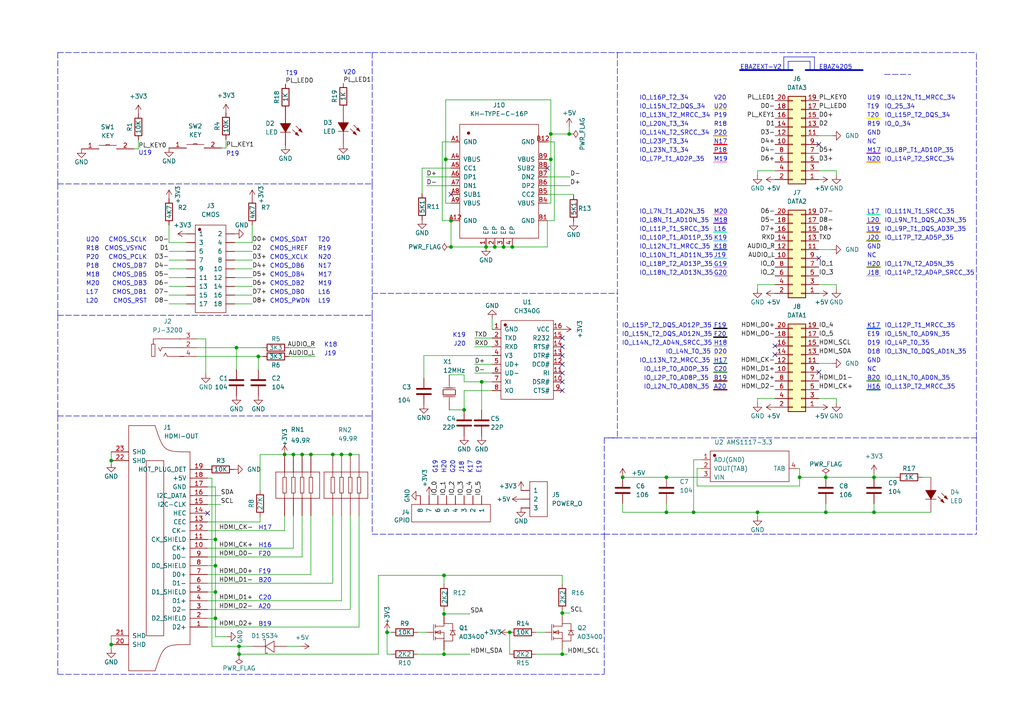
<source format=kicad_sch>
(kicad_sch (version 20211123) (generator eeschema)
  (paper "A4")
  (junction (at 68.58 100.838))
  (junction (at 219.71 148.59))
  (junction (at 130.81 71.628))
  (junction (at 101.6 131.826))
  (junction (at 253.492 138.43))
  (junction (at 69.342 187.452))
  (junction (at 62.484 179.324))
  (junction (at 129.286 46.228))
  (junction (at 147.828 183.388))
  (junction (at 201.168 148.59))
  (junction (at 128.778 178.054))
  (junction (at 74.93 103.378))
  (junction (at 159.766 38.862))
  (junction (at 130.81 64.008))
  (junction (at 143.51 71.628))
  (junction (at 148.59 71.628))
  (junction (at 32.258 186.944))
  (junction (at 180.594 138.43))
  (junction (at 239.522 148.59))
  (junction (at 165.1 38.862))
  (junction (at 146.05 71.628))
  (junction (at 62.484 156.464))
  (junction (at 134.62 118.872))
  (junction (at 62.484 171.704))
  (junction (at 69.342 189.738))
  (junction (at 163.068 177.8))
  (junction (at 32.258 133.604))
  (junction (at 231.902 138.43))
  (junction (at 128.778 166.878))
  (junction (at 90.17 131.826))
  (junction (at 62.484 164.084))
  (junction (at 163.068 189.738))
  (junction (at 140.97 71.628))
  (junction (at 193.294 148.59))
  (junction (at 239.522 138.43))
  (junction (at 112.268 183.388))
  (junction (at 87.63 131.826))
  (junction (at 253.492 148.59))
  (junction (at 96.52 131.826))
  (junction (at 139.7 110.744))
  (junction (at 82.55 131.826))
  (junction (at 159.766 46.228))
  (junction (at 85.09 131.826))
  (junction (at 193.294 138.43))
  (junction (at 128.778 189.738))
  (junction (at 99.06 131.826))
  (no_connect (at 163.068 98.044))
  (no_connect (at 163.068 100.584))
  (no_connect (at 163.068 110.744))
  (no_connect (at 163.068 113.284))
  (no_connect (at 163.068 108.204))
  (no_connect (at 163.068 103.124))
  (no_connect (at 163.068 105.664))
  (no_connect (at 237.49 41.91))
  (no_connect (at 237.49 107.95))
  (no_connect (at 237.49 74.93))
  (no_connect (at 60.198 148.844))
  (no_connect (at 158.75 48.768))
  (no_connect (at 130.81 56.388))
  (no_connect (at 224.79 100.33))
  (no_connect (at 224.79 102.87))
  (polyline (pts (xy 184.15 15.24) (xy 191.77 15.24)))
  (polyline (pts (xy 107.95 120.65) (xy 107.95 154.94)))
  (wire (pts (xy 32.258 186.944) (xy 32.258 188.214)))
  (wire (pts (xy 270.002 148.59) (xy 253.492 148.59)))
  (wire (pts (xy 163.068 177.038) (xy 163.068 177.8)))
  (polyline (pts (xy 175.26 127) (xy 175.26 154.94)))
  (wire (pts (xy 61.468 187.452) (xy 69.342 187.452)))
  (wire (pts (xy 146.05 71.628) (xy 148.59 71.628)))
  (wire (pts (xy 128.778 177.038) (xy 128.778 178.054)))
  (polyline (pts (xy 207.01 100.33) (xy 210.82 100.33)) (stroke (width 0.381) (type solid) (color 194 194 194 1)))
  (wire (pts (xy 62.484 179.324) (xy 62.484 184.658)))
  (wire (pts (xy 219.71 82.55) (xy 219.71 83.82)))
  (wire (pts (xy 267.462 138.43) (xy 270.002 138.43)))
  (wire (pts (xy 59.69 98.298) (xy 59.69 108.458)))
  (wire (pts (xy 231.902 140.97) (xy 231.902 138.43)))
  (wire (pts (xy 201.168 148.59) (xy 219.71 148.59)))
  (wire (pts (xy 99.06 149.606) (xy 99.06 174.244)))
  (wire (pts (xy 239.522 148.59) (xy 253.492 148.59)))
  (polyline (pts (xy 214.63 20.32) (xy 229.87 20.32)) (stroke (width 0.5) (type solid)))
  (wire (pts (xy 49.022 70.358) (xy 54.102 70.358)))
  (polyline (pts (xy 251.46 67.31) (xy 255.27 67.31)) (stroke (width 0.381) (type solid) (color 204 102 0 1)))
  (wire (pts (xy 219.71 115.57) (xy 219.71 116.84)))
  (wire (pts (xy 60.198 181.864) (xy 104.14 181.864)))
  (wire (pts (xy 57.15 103.378) (xy 74.93 103.378)))
  (wire (pts (xy 219.71 82.55) (xy 224.79 82.55)))
  (polyline (pts (xy 16.764 120.65) (xy 107.95 120.65)))
  (polyline (pts (xy 191.77 15.24) (xy 283.21 15.24)))
  (wire (pts (xy 155.448 189.738) (xy 163.068 189.738)))
  (wire (pts (xy 193.294 138.43) (xy 203.454 138.43)))
  (wire (pts (xy 137.668 105.664) (xy 142.748 105.664)))
  (polyline (pts (xy 207.01 113.03) (xy 210.82 113.03)) (stroke (width 0.381) (type solid) (color 132 0 0 1)))
  (wire (pts (xy 69.342 189.738) (xy 109.728 189.738)))
  (wire (pts (xy 60.198 179.324) (xy 62.484 179.324)))
  (wire (pts (xy 137.668 108.204) (xy 142.748 108.204)))
  (wire (pts (xy 165.1 36.83) (xy 165.1 38.862)))
  (wire (pts (xy 49.022 72.898) (xy 54.102 72.898)))
  (wire (pts (xy 75.438 149.86) (xy 75.438 151.384)))
  (polyline (pts (xy 207.01 77.47) (xy 210.82 77.47)) (stroke (width 0.381) (type solid) (color 195 166 255 1)))
  (wire (pts (xy 130.302 118.872) (xy 134.62 118.872)))
  (wire (pts (xy 75.438 142.24) (xy 75.438 131.826)))
  (wire (pts (xy 75.438 131.826) (xy 82.55 131.826)))
  (wire (pts (xy 49.022 85.598) (xy 54.102 85.598)))
  (polyline (pts (xy 16.764 53.34) (xy 16.764 91.44)))
  (polyline (pts (xy 234.95 17.78) (xy 228.6 17.78)) (stroke (width 0) (type solid)))
  (wire (pts (xy 129.286 28.956) (xy 129.286 46.228)))
  (polyline (pts (xy 283.21 127) (xy 283.21 127)))
  (wire (pts (xy 128.778 166.878) (xy 163.068 166.878)))
  (wire (pts (xy 158.75 51.308) (xy 165.354 51.308)))
  (polyline (pts (xy 107.95 120.65) (xy 107.95 91.44)))
  (polyline (pts (xy 283.21 127) (xy 283.21 15.24)))
  (polyline (pts (xy 251.46 110.49) (xy 255.27 110.49)) (stroke (width 0.381) (type solid) (color 70 148 57 1)))
  (polyline (pts (xy 251.46 62.23) (xy 255.27 62.23)) (stroke (width 0.381) (type solid) (color 47 255 164 1)))
  (wire (pts (xy 142.748 110.744) (xy 139.7 110.744)))
  (wire (pts (xy 129.286 58.928) (xy 130.81 58.928)))
  (wire (pts (xy 239.522 148.59) (xy 239.522 146.05)))
  (wire (pts (xy 49.022 75.438) (xy 54.102 75.438)))
  (wire (pts (xy 219.71 115.57) (xy 224.79 115.57)))
  (wire (pts (xy 64.008 143.764) (xy 60.198 143.764)))
  (wire (pts (xy 91.44 103.378) (xy 83.82 103.378)))
  (wire (pts (xy 140.97 71.628) (xy 143.51 71.628)))
  (wire (pts (xy 139.7 110.744) (xy 134.62 110.744)))
  (polyline (pts (xy 16.764 91.44) (xy 107.95 91.44)))
  (wire (pts (xy 237.49 115.57) (xy 242.57 115.57)))
  (wire (pts (xy 158.75 53.848) (xy 165.354 53.848)))
  (wire (pts (xy 32.258 184.404) (xy 32.258 186.944)))
  (wire (pts (xy 163.068 188.468) (xy 163.068 189.738)))
  (polyline (pts (xy 251.46 44.45) (xy 255.27 44.45)) (stroke (width 0.381) (type solid) (color 164 27 255 1)))
  (wire (pts (xy 49.022 65.278) (xy 49.022 70.358)))
  (wire (pts (xy 99.06 131.826) (xy 96.52 131.826)))
  (polyline (pts (xy 207.01 74.93) (xy 210.82 74.93)) (stroke (width 0.381) (type solid) (color 137 204 255 1)))
  (wire (pts (xy 122.428 48.768) (xy 130.81 48.768)))
  (polyline (pts (xy 107.95 15.24) (xy 179.07 15.24)))
  (wire (pts (xy 129.286 46.228) (xy 130.81 46.228)))
  (wire (pts (xy 60.198 161.544) (xy 87.63 161.544)))
  (polyline (pts (xy 251.46 100.33) (xy 255.27 100.33)) (stroke (width 0.381) (type solid) (color 255 229 191 1)))
  (wire (pts (xy 96.52 169.164) (xy 96.52 149.606)))
  (wire (pts (xy 49.022 88.138) (xy 54.102 88.138)))
  (wire (pts (xy 60.198 151.384) (xy 75.438 151.384)))
  (polyline (pts (xy 207.01 64.77) (xy 210.82 64.77)) (stroke (width 0.381) (type solid) (color 164 27 255 1)))
  (wire (pts (xy 237.49 72.39) (xy 241.3 72.39)))
  (wire (pts (xy 112.268 183.388) (xy 112.268 189.738)))
  (wire (pts (xy 121.158 183.388) (xy 123.698 183.388)))
  (wire (pts (xy 68.072 85.598) (xy 73.152 85.598)))
  (wire (pts (xy 68.072 77.978) (xy 73.152 77.978)))
  (wire (pts (xy 242.57 49.53) (xy 242.57 50.8)))
  (wire (pts (xy 128.27 41.148) (xy 128.27 64.008)))
  (wire (pts (xy 242.57 115.57) (xy 242.57 116.84)))
  (wire (pts (xy 69.342 189.992) (xy 69.342 189.738)))
  (wire (pts (xy 101.6 131.826) (xy 99.06 131.826)))
  (wire (pts (xy 49.022 77.978) (xy 54.102 77.978)))
  (polyline (pts (xy 16.764 195.58) (xy 175.26 195.58)))
  (wire (pts (xy 87.63 161.544) (xy 87.63 149.606)))
  (wire (pts (xy 68.58 100.838) (xy 76.2 100.838)))
  (wire (pts (xy 202.184 135.89) (xy 203.454 135.89)))
  (wire (pts (xy 90.17 149.606) (xy 90.17 166.624)))
  (wire (pts (xy 69.342 187.452) (xy 73.152 187.452)))
  (wire (pts (xy 142.748 92.456) (xy 142.748 95.504)))
  (wire (pts (xy 60.198 156.464) (xy 62.484 156.464)))
  (wire (pts (xy 64.262 42.926) (xy 65.532 42.926)))
  (wire (pts (xy 219.71 49.53) (xy 219.71 50.8)))
  (wire (pts (xy 85.09 149.606) (xy 85.09 159.004)))
  (wire (pts (xy 122.428 56.134) (xy 122.428 48.768)))
  (polyline (pts (xy 251.46 46.99) (xy 255.27 46.99)) (stroke (width 0.381) (type solid) (color 255 148 0 1)))
  (wire (pts (xy 193.294 148.59) (xy 193.294 146.05)))
  (wire (pts (xy 62.484 156.464) (xy 62.484 164.084)))
  (polyline (pts (xy 16.764 15.24) (xy 16.764 53.34)))
  (wire (pts (xy 219.71 148.59) (xy 219.71 149.86)))
  (wire (pts (xy 203.454 133.35) (xy 201.168 133.35)))
  (wire (pts (xy 143.51 71.628) (xy 146.05 71.628)))
  (polyline (pts (xy 251.46 77.47) (xy 255.27 77.47)) (stroke (width 0.381) (type solid) (color 132 132 0 1)))
  (wire (pts (xy 101.6 149.606) (xy 101.6 176.784)))
  (wire (pts (xy 159.766 38.862) (xy 159.766 28.956)))
  (wire (pts (xy 62.484 171.704) (xy 62.484 179.324)))
  (wire (pts (xy 68.072 75.438) (xy 73.152 75.438)))
  (wire (pts (xy 104.14 131.826) (xy 101.6 131.826)))
  (wire (pts (xy 130.81 64.008) (xy 130.81 71.628)))
  (wire (pts (xy 158.75 56.388) (xy 166.37 56.388)))
  (wire (pts (xy 239.522 138.43) (xy 253.492 138.43)))
  (wire (pts (xy 62.484 164.084) (xy 62.484 171.704)))
  (polyline (pts (xy 16.764 53.34) (xy 107.95 53.34)))
  (polyline (pts (xy 251.46 69.85) (xy 255.27 69.85)) (stroke (width 0.381) (type solid) (color 132 132 0 1)))
  (wire (pts (xy 142.748 103.124) (xy 122.936 103.124)))
  (wire (pts (xy 82.55 149.606) (xy 82.55 153.924)))
  (wire (pts (xy 128.778 178.054) (xy 128.778 178.308)))
  (wire (pts (xy 49.022 80.518) (xy 54.102 80.518)))
  (wire (pts (xy 231.902 138.43) (xy 239.522 138.43)))
  (polyline (pts (xy 236.22 20.32) (xy 236.22 16.51)) (stroke (width 0) (type solid)))
  (polyline (pts (xy 233.68 20.32) (xy 250.19 20.32)) (stroke (width 0.5) (type solid)))
  (wire (pts (xy 68.072 83.058) (xy 73.152 83.058)))
  (polyline (pts (xy 207.01 41.91) (xy 210.82 41.91)) (stroke (width 0.381) (type solid) (color 255 0 11 1)))
  (polyline (pts (xy 251.46 113.03) (xy 255.27 113.03)) (stroke (width 0.381) (type solid) (color 4 110 111 1)))
  (wire (pts (xy 159.766 46.228) (xy 159.766 38.862)))
  (wire (pts (xy 231.394 135.89) (xy 231.902 135.89)))
  (wire (pts (xy 121.158 189.738) (xy 128.778 189.738)))
  (wire (pts (xy 32.258 131.064) (xy 32.258 133.604)))
  (polyline (pts (xy 283.21 127) (xy 283.21 154.94)))
  (wire (pts (xy 74.93 103.378) (xy 74.93 107.188)))
  (wire (pts (xy 137.668 98.044) (xy 142.748 98.044)))
  (wire (pts (xy 202.184 135.89) (xy 202.184 140.97)))
  (wire (pts (xy 242.57 82.55) (xy 242.57 83.82)))
  (polyline (pts (xy 207.01 97.79) (xy 210.82 97.79)) (stroke (width 0.381) (type solid) (color 0 0 0 1)))
  (wire (pts (xy 68.58 100.838) (xy 68.58 107.188)))
  (wire (pts (xy 237.49 39.37) (xy 241.3 39.37)))
  (wire (pts (xy 109.728 166.878) (xy 109.728 189.738)))
  (wire (pts (xy 96.52 131.826) (xy 90.17 131.826)))
  (polyline (pts (xy 107.95 15.24) (xy 107.95 53.34)))
  (wire (pts (xy 62.484 171.704) (xy 60.198 171.704)))
  (wire (pts (xy 201.168 133.35) (xy 201.168 148.59)))
  (polyline (pts (xy 207.01 39.37) (xy 210.82 39.37)) (stroke (width 0.381) (type solid) (color 255 148 0 1)))
  (wire (pts (xy 159.766 28.956) (xy 129.286 28.956)))
  (wire (pts (xy 128.778 166.878) (xy 128.778 169.418)))
  (wire (pts (xy 64.008 146.304) (xy 60.198 146.304)))
  (polyline (pts (xy 207.01 107.95) (xy 210.82 107.95)) (stroke (width 0.381) (type solid) (color 70 148 57 1)))
  (polyline (pts (xy 107.95 154.94) (xy 175.26 154.94)))
  (polyline (pts (xy 207.01 72.39) (xy 210.82 72.39)) (stroke (width 0.381) (type solid) (color 21 82 255 1)))
  (wire (pts (xy 134.62 110.744) (xy 134.62 108.712)))
  (wire (pts (xy 147.828 183.388) (xy 147.828 189.738)))
  (polyline (pts (xy 207.1036 80.0099) (xy 210.9136 80.0099)) (stroke (width 0.381) (type solid) (color 195 166 255 1)))
  (wire (pts (xy 158.75 71.628) (xy 158.75 64.008)))
  (polyline (pts (xy 207.01 31.75) (xy 210.82 31.75)) (stroke (width 0.381) (type solid) (color 255 245 5 1)))
  (wire (pts (xy 163.068 177.8) (xy 165.354 177.8)))
  (polyline (pts (xy 176.53 127) (xy 283.21 127)))
  (wire (pts (xy 68.072 88.138) (xy 73.152 88.138)))
  (wire (pts (xy 49.022 83.058) (xy 54.102 83.058)))
  (wire (pts (xy 159.766 58.928) (xy 159.766 46.228)))
  (wire (pts (xy 128.778 189.738) (xy 128.778 188.468)))
  (wire (pts (xy 130.81 41.148) (xy 128.27 41.148)))
  (wire (pts (xy 60.198 153.924) (xy 82.55 153.924)))
  (wire (pts (xy 112.268 189.738) (xy 113.538 189.738)))
  (wire (pts (xy 231.902 135.89) (xy 231.902 138.43)))
  (wire (pts (xy 237.49 49.53) (xy 242.57 49.53)))
  (wire (pts (xy 60.198 169.164) (xy 96.52 169.164)))
  (wire (pts (xy 60.198 174.244) (xy 99.06 174.244)))
  (wire (pts (xy 104.14 181.864) (xy 104.14 149.606)))
  (wire (pts (xy 137.668 100.584) (xy 142.748 100.584)))
  (wire (pts (xy 163.068 189.738) (xy 164.592 189.738)))
  (polyline (pts (xy 227.33 16.51) (xy 227.33 20.32)) (stroke (width 0) (type solid)))
  (wire (pts (xy 134.62 108.712) (xy 130.302 108.712)))
  (polyline (pts (xy 251.46 34.29) (xy 255.27 34.29)) (stroke (width 0.381) (type solid) (color 255 245 5 1)))
  (wire (pts (xy 112.268 183.388) (xy 113.538 183.388)))
  (polyline (pts (xy 207.01 110.49) (xy 210.82 110.49)) (stroke (width 0.381) (type solid) (color 132 0 0 1)))
  (wire (pts (xy 109.728 166.878) (xy 128.778 166.878)))
  (polyline (pts (xy 207.01 102.87) (xy 210.82 102.87)) (stroke (width 0.381) (type solid) (color 255 229 191 1)))
  (wire (pts (xy 237.49 82.55) (xy 242.57 82.55)))
  (wire (pts (xy 128.778 178.054) (xy 136.398 178.054)))
  (wire (pts (xy 158.75 58.928) (xy 159.766 58.928)))
  (wire (pts (xy 60.198 176.784) (xy 101.6 176.784)))
  (polyline (pts (xy 179.07 15.24) (xy 179.07 127)))
  (wire (pts (xy 57.15 100.838) (xy 68.58 100.838)))
  (wire (pts (xy 123.698 51.308) (xy 130.81 51.308)))
  (wire (pts (xy 90.17 131.826) (xy 87.63 131.826)))
  (wire (pts (xy 73.152 65.278) (xy 73.152 70.358)))
  (wire (pts (xy 160.782 64.008) (xy 160.782 41.148)))
  (wire (pts (xy 69.342 189.738) (xy 69.342 187.452)))
  (wire (pts (xy 180.594 138.43) (xy 193.294 138.43)))
  (wire (pts (xy 61.468 138.684) (xy 61.468 187.452)))
  (wire (pts (xy 202.184 140.97) (xy 231.902 140.97)))
  (wire (pts (xy 62.484 184.658) (xy 65.786 184.658)))
  (wire (pts (xy 68.072 70.358) (xy 73.152 70.358)))
  (polyline (pts (xy 16.764 15.24) (xy 107.95 15.24)))
  (polyline (pts (xy 236.22 16.51) (xy 227.33 16.51)) (stroke (width 0) (type solid)))
  (polyline (pts (xy 207.01 44.45) (xy 210.82 44.45)) (stroke (width 0.381) (type solid) (color 255 0 11 1)))
  (wire (pts (xy 237.49 105.41) (xy 241.3 105.41)))
  (wire (pts (xy 60.198 166.624) (xy 90.17 166.624)))
  (polyline (pts (xy 16.764 91.44) (xy 16.764 120.65)))
  (wire (pts (xy 128.27 64.008) (xy 130.81 64.008)))
  (polyline (pts (xy 207.01 67.31) (xy 210.82 67.31)) (stroke (width 0.381) (type solid) (color 47 255 164 1)))
  (wire (pts (xy 166.37 56.388) (xy 166.37 56.642)))
  (wire (pts (xy 85.09 131.826) (xy 82.55 131.826)))
  (polyline (pts (xy 16.764 120.65) (xy 16.764 195.58)))
  (wire (pts (xy 68.072 80.518) (xy 73.152 80.518)))
  (wire (pts (xy 91.44 100.838) (xy 83.82 100.838)))
  (polyline (pts (xy 179.07 15.24) (xy 184.15 15.24)))
  (wire (pts (xy 130.81 71.628) (xy 140.97 71.628)))
  (wire (pts (xy 87.63 131.826) (xy 85.09 131.826)))
  (wire (pts (xy 62.484 141.224) (xy 62.484 156.464)))
  (wire (pts (xy 83.312 187.452) (xy 87.122 187.452)))
  (polyline (pts (xy 179.07 127) (xy 175.26 127)))
  (wire (pts (xy 128.778 189.738) (xy 136.398 189.738)))
  (wire (pts (xy 219.71 148.59) (xy 239.522 148.59)))
  (wire (pts (xy 160.782 41.148) (xy 158.75 41.148)))
  (wire (pts (xy 65.532 40.386) (xy 65.532 42.926)))
  (wire (pts (xy 68.072 72.898) (xy 73.152 72.898)))
  (wire (pts (xy 158.75 64.008) (xy 160.782 64.008)))
  (polyline (pts (xy 207.01 62.23) (xy 210.82 62.23)) (stroke (width 0.381) (type solid) (color 255 155 199 1)))
  (polyline (pts (xy 251.46 80.01) (xy 255.27 80.01)) (stroke (width 0.381) (type solid) (color 194 194 194 1)))
  (wire (pts (xy 163.068 177.8) (xy 163.068 178.308)))
  (wire (pts (xy 148.59 71.628) (xy 158.75 71.628)))
  (wire (pts (xy 253.492 148.59) (xy 253.492 146.05)))
  (polyline (pts (xy 207.01 95.25) (xy 210.82 95.25)) (stroke (width 0.381) (type solid) (color 0 0 0 1)))
  (wire (pts (xy 193.294 148.59) (xy 201.168 148.59)))
  (wire (pts (xy 60.198 159.004) (xy 85.09 159.004)))
  (wire (pts (xy 57.15 98.298) (xy 59.69 98.298)))
  (wire (pts (xy 165.1 38.862) (xy 159.766 38.862)))
  (polyline (pts (xy 256.54 21.59) (xy 264.16 21.59)))
  (polyline (pts (xy 175.26 154.94) (xy 283.21 154.94)))
  (wire (pts (xy 32.258 133.604) (xy 32.258 134.366)))
  (wire (pts (xy 180.594 148.59) (xy 193.294 148.59)))
  (wire (pts (xy 219.71 49.53) (xy 224.79 49.53)))
  (wire (pts (xy 38.862 43.18) (xy 40.132 43.18)))
  (wire (pts (xy 60.198 141.224) (xy 62.484 141.224)))
  (wire (pts (xy 158.75 46.228) (xy 159.766 46.228)))
  (polyline (pts (xy 175.26 154.94) (xy 175.26 195.58)))
  (wire (pts (xy 253.492 138.43) (xy 259.842 138.43)))
  (polyline (pts (xy 228.6 17.78) (xy 228.6 20.32)) (stroke (width 0) (type solid)))
  (wire (pts (xy 180.594 148.59) (xy 180.594 146.05)))
  (wire (pts (xy 60.198 138.684) (xy 61.468 138.684)))
  (polyline (pts (xy 107.95 85.09) (xy 179.07 85.09)))
  (polyline (pts (xy 107.95 53.34) (xy 107.95 91.44)))
  (wire (pts (xy 60.198 164.084) (xy 62.484 164.084)))
  (wire (pts (xy 129.286 46.228) (xy 129.286 58.928)))
  (wire (pts (xy 155.448 183.388) (xy 157.988 183.388)))
  (wire (pts (xy 134.62 118.872) (xy 134.62 113.284)))
  (polyline (pts (xy 207.01 69.85) (xy 210.82 69.85)) (stroke (width 0.381) (type solid) (color 137 204 255 1)))
  (wire (pts (xy 123.698 53.848) (xy 130.81 53.848)))
  (wire (pts (xy 40.132 40.64) (xy 40.132 43.18)))
  (wire (pts (xy 74.93 103.378) (xy 76.2 103.378)))
  (polyline (pts (xy 251.46 64.77) (xy 255.27 64.77)) (stroke (width 0.381) (type solid) (color 204 102 0 1)))
  (polyline (pts (xy 207.01 46.99) (xy 210.82 46.99)) (stroke (width 0.381) (type solid) (color 255 155 199 1)))
  (wire (pts (xy 122.936 103.124) (xy 122.936 109.728)))
  (polyline (pts (xy 207.01 105.41) (xy 210.82 105.41)) (stroke (width 0.381) (type solid) (color 4 110 111 1)))
  (wire (pts (xy 139.7 110.744) (xy 139.7 118.872)))
  (polyline (pts (xy 234.95 20.32) (xy 234.95 17.78)) (stroke (width 0) (type solid)))
  (wire (pts (xy 134.62 113.284) (xy 142.748 113.284)))
  (wire (pts (xy 163.068 166.878) (xy 163.068 169.418)))
  (wire (pts (xy 253.492 137.414) (xy 253.492 138.43)))
  (polyline (pts (xy 251.46 95.25) (xy 255.27 95.25)) (stroke (width 0.381) (type solid) (color 21 82 255 1)))
  (text "IO_L17P_T2_AD5P_35" (at 256.54 69.85 0) (effects (font (size 1.27 1.27)) (justify left bottom)))
  (text "CMOS_DB4" (at 78.232 80.518 0) (effects (font (size 1.27 1.27)) (justify left bottom)))
  (text "IO_L2N_T0_AD8N_35" (at 186.69 113.03 0) (effects (font (size 1.27 1.27)) (justify left bottom)))
  (text "M18" (at 24.892 80.518 0) (effects (font (size 1.27 1.27)) (justify left bottom)))
  (text "M17" (at 92.202 80.518 0) (effects (font (size 1.27 1.27)) (justify left bottom)))
  (text "IO_L1P_T0_AD0P_35" (at 186.69 107.95 0) (effects (font (size 1.27 1.27)) (justify left bottom)))
  (text "M20" (at 207.01 62.23 0) (effects (font (size 1.27 1.27)) (justify left bottom)))
  (text "CMOS_SCLK" (at 42.672 70.358 180) (effects (font (size 1.27 1.27)) (justify right bottom)))
  (text "IO_L14P_T2_SRCC_34" (at 256.54 46.99 0) (effects (font (size 1.27 1.27)) (justify left bottom)))
  (text "IO_L11P_T1_SRCC_35" (at 185.42 67.31 0) (effects (font (size 1.27 1.27)) (justify left bottom)))
  (text "CMOS_XCLK" (at 78.232 75.438 0) (effects (font (size 1.27 1.27)) (justify left bottom)))
  (text "IO_0_34" (at 256.54 36.83 0) (effects (font (size 1.27 1.27)) (justify left bottom)))
  (text "IO_L1N_T0_AD0N_35" (at 256.54 110.49 0) (effects (font (size 1.27 1.27)) (justify left bottom)))
  (text "A20" (at 74.93 176.784 0) (effects (font (size 1.27 1.27)) (justify left bottom)))
  (text "F20" (at 207.01 97.79 0) (effects (font (size 1.27 1.27)) (justify left bottom)))
  (text "CMOS_DB1" (at 42.672 85.598 180) (effects (font (size 1.27 1.27)) (justify right bottom)))
  (text "K17" (at 251.46 95.25 0) (effects (font (size 1.27 1.27)) (justify left bottom)))
  (text "B20" (at 251.46 110.49 0) (effects (font (size 1.27 1.27)) (justify left bottom)))
  (text "IO_L9P_T1_DQS_AD3P_35" (at 256.54 67.31 0) (effects (font (size 1.27 1.27)) (justify left bottom)))
  (text "M17" (at 251.46 44.45 0) (effects (font (size 1.27 1.27)) (justify left bottom)))
  (text "IO_L7N_T1_AD2N_35" (at 185.42 62.23 0) (effects (font (size 1.27 1.27)) (justify left bottom)))
  (text "L16" (at 207.01 67.31 0) (effects (font (size 1.27 1.27)) (justify left bottom)))
  (text "IO_L3N_T0_DQS_AD1N_35" (at 256.54 102.87 0) (effects (font (size 1.27 1.27)) (justify left bottom)))
  (text "R18" (at 207.01 36.83 0) (effects (font (size 1.27 1.27)) (justify left bottom)))
  (text "IO_L12N_T1_MRCC_34" (at 256.54 29.21 0) (effects (font (size 1.27 1.27)) (justify left bottom)))
  (text "IO_25_34" (at 256.54 31.75 0) (effects (font (size 1.27 1.27)) (justify left bottom)))
  (text "V20" (at 207.01 29.21 0) (effects (font (size 1.27 1.27)) (justify left bottom)))
  (text "H20" (at 129.54 137.414 90) (effects (font (size 1.27 1.27)) (justify left bottom)))
  (text "J19" (at 93.98 103.378 0) (effects (font (size 1.27 1.27)) (justify left bottom)))
  (text "IO_L18N_T2_AD13N_35" (at 185.42 80.01 0) (effects (font (size 1.27 1.27)) (justify left bottom)))
  (text "GND" (at 251.46 39.37 0) (effects (font (size 1.27 1.27)) (justify left bottom)))
  (text "N20" (at 92.202 75.438 0) (effects (font (size 1.27 1.27)) (justify left bottom)))
  (text "L16" (at 92.202 85.598 0) (effects (font (size 1.27 1.27)) (justify left bottom)))
  (text "M18" (at 207.01 64.77 0) (effects (font (size 1.27 1.27)) (justify left bottom)))
  (text "CMOS_DB2" (at 78.232 83.058 0) (effects (font (size 1.27 1.27)) (justify left bottom)))
  (text "L19" (at 251.46 67.31 0) (effects (font (size 1.27 1.27)) (justify left bottom)))
  (text "CMOS_PCLK" (at 42.672 75.438 180) (effects (font (size 1.27 1.27)) (justify right bottom)))
  (text "IO_L23P_T3_34" (at 185.42 41.91 0) (effects (font (size 1.27 1.27)) (justify left bottom)))
  (text "V20" (at 99.568 21.844 0) (effects (font (size 1.27 1.27)) (justify left bottom)))
  (text "IO_L13N_T2_MRCC_35" (at 185.42 105.41 0) (effects (font (size 1.27 1.27)) (justify left bottom)))
  (text "T19" (at 251.46 31.75 0) (effects (font (size 1.27 1.27)) (justify left bottom)))
  (text "IO_L11N_T1_SRCC_35" (at 256.54 62.23 0) (effects (font (size 1.27 1.27)) (justify left bottom)))
  (text "GND" (at 251.46 105.41 0) (effects (font (size 1.27 1.27)) (justify left bottom)))
  (text "N20" (at 251.46 46.99 0) (effects (font (size 1.27 1.27)) (justify left bottom)))
  (text "IO_L5N_T0_AD9N_35" (at 256.54 97.79 0) (effects (font (size 1.27 1.27)) (justify left bottom)))
  (text "L17" (at 24.892 85.598 0) (effects (font (size 1.27 1.27)) (justify left bottom)))
  (text "J19" (at 207.01 74.93 0) (effects (font (size 1.27 1.27)) (justify left bottom)))
  (text "NC" (at 251.46 107.95 0) (effects (font (size 1.27 1.27)) (justify left bottom)))
  (text "D20" (at 207.01 102.87 0) (effects (font (size 1.27 1.27)) (justify left bottom)))
  (text "P18" (at 207.01 44.45 0) (effects (font (size 1.27 1.27)) (justify left bottom)))
  (text "H20" (at 251.46 77.47 0) (effects (font (size 1.27 1.27)) (justify left bottom)))
  (text "CMOS_PWDN" (at 78.232 88.138 0) (effects (font (size 1.27 1.27)) (justify left bottom)))
  (text "NC" (at 251.46 74.93 0) (effects (font (size 1.27 1.27)) (justify left bottom)))
  (text "IO_L2P_T0_AD8P_35" (at 186.69 110.49 0) (effects (font (size 1.27 1.27)) (justify left bottom)))
  (text "K19" (at 207.01 69.85 0) (effects (font (size 1.27 1.27)) (justify left bottom)))
  (text "N17" (at 207.01 41.91 0) (effects (font (size 1.27 1.27)) (justify left bottom)))
  (text "IO_L16P_T2_34" (at 185.42 29.21 0) (effects (font (size 1.27 1.27)) (justify left bottom)))
  (text "IO_L15N_T2_DQS_AD12N_35  " (at 180.34 97.79 0) (effects (font (size 1.27 1.27)) (justify left bottom)))
  (text "R19" (at 92.202 72.898 0) (effects (font (size 1.27 1.27)) (justify left bottom)))
  (text "IO_L14P_T2_AD4P_SRCC_35" (at 256.54 80.01 0) (effects (font (size 1.27 1.27)) (justify left bottom)))
  (text "EBAZEXT-V2" (at 214.63 20.32 0) (effects (font (size 1.27 1.27)) (justify left bottom)))
  (text "IO_L23N_T3_34" (at 185.42 44.45 0) (effects (font (size 1.27 1.27)) (justify left bottom)))
  (text "U20" (at 207.01 31.75 0) (effects (font (size 1.27 1.27)) (justify left bottom)))
  (text "C20" (at 74.93 174.244 0) (effects (font (size 1.27 1.27)) (justify left bottom)))
  (text "IO_L14N_T2_AD4N_SRCC_35  " (at 180.34 100.33 0) (effects (font (size 1.27 1.27)) (justify left bottom)))
  (text "T20" (at 251.46 34.29 0) (effects (font (size 1.27 1.27)) (justify left bottom)))
  (text "G20" (at 132.08 137.414 90) (effects (font (size 1.27 1.27)) (justify left bottom)))
  (text "D18" (at 251.46 102.87 0) (effects (font (size 1.27 1.27)) (justify left bottom)))
  (text "M19" (at 207.01 46.99 0) (effects (font (size 1.27 1.27)) (justify left bottom)))
  (text "F19" (at 207.01 95.25 0) (effects (font (size 1.27 1.27)) (justify left bottom)))
  (text "P20" (at 24.892 75.438 0) (effects (font (size 1.27 1.27)) (justify left bottom)))
  (text "T20" (at 92.202 70.358 0) (effects (font (size 1.27 1.27)) (justify left bottom)))
  (text "A20" (at 207.01 113.03 0) (effects (font (size 1.27 1.27)) (justify left bottom)))
  (text "L17" (at 251.46 62.23 0) (effects (font (size 1.27 1.27)) (justify left bottom)))
  (text "NC" (at 251.46 41.91 0) (effects (font (size 1.27 1.27)) (justify left bottom)))
  (text "CMOS_RST" (at 42.672 88.138 180) (effects (font (size 1.27 1.27)) (justify right bottom)))
  (text "L19" (at 92.202 88.138 0) (effects (font (size 1.27 1.27)) (justify left bottom)))
  (text "P19" (at 207.01 34.29 0) (effects (font (size 1.27 1.27)) (justify left bottom)))
  (text "G19" (at 127 137.414 90) (effects (font (size 1.27 1.27)) (justify left bottom)))
  (text "CMOS_DB0" (at 78.232 85.598 0) (effects (font (size 1.27 1.27)) (justify left bottom)))
  (text "CMOS_DB3" (at 42.672 83.058 180) (effects (font (size 1.27 1.27)) (justify right bottom)))
  (text "F20" (at 74.93 161.544 0) (effects (font (size 1.27 1.27)) (justify left bottom)))
  (text "H17" (at 74.93 153.924 0) (effects (font (size 1.27 1.27)) (justify left bottom)))
  (text "G20" (at 207.01 80.01 0) (effects (font (size 1.27 1.27)) (justify left bottom)))
  (text "IO_L12N_T1_MRCC_35" (at 185.42 72.39 0) (effects (font (size 1.27 1.27)) (justify left bottom)))
  (text "IO_L10P_T1_AD11P_35" (at 185.42 69.85 0) (effects (font (size 1.27 1.27)) (justify left bottom)))
  (text "IO_L10N_T1_AD11N_35" (at 185.42 74.93 0) (effects (font (size 1.27 1.27)) (justify left bottom)))
  (text "K19" (at 135.128 98.044 180) (effects (font (size 1.27 1.27)) (justify right bottom)))
  (text "H16" (at 74.93 159.004 0) (effects (font (size 1.27 1.27)) (justify left bottom)))
  (text "R18" (at 24.892 72.898 0) (effects (font (size 1.27 1.27)) (justify left bottom)))
  (text "R19" (at 251.46 36.83 0) (effects (font (size 1.27 1.27)) (justify left bottom)))
  (text "IO_L14N_T2_SRCC_34" (at 185.42 39.37 0) (effects (font (size 1.27 1.27)) (justify left bottom)))
  (text "H18" (at 207.01 100.33 0) (effects (font (size 1.27 1.27)) (justify left bottom)))
  (text "IO_L18P_T2_AD13P_35" (at 185.42 77.47 0) (effects (font (size 1.27 1.27)) (justify left bottom)))
  (text "IO_L8N_T1_AD10N_35" (at 185.42 64.77 0) (effects (font (size 1.27 1.27)) (justify left bottom)))
  (text "J20" (at 251.46 69.85 0) (effects (font (size 1.27 1.27)) (justify left bottom)))
  (text "P20" (at 207.01 39.37 0) (effects (font (size 1.27 1.27)) (justify left bottom)))
  (text "CMOS_DB6" (at 78.232 77.978 0) (effects (font (size 1.27 1.27)) (justify left bottom)))
  (text "IO_L15P_T2_DQS_AD12P_35" (at 180.34 95.25 0) (effects (font (size 1.27 1.27)) (justify left bottom)))
  (text "K18" (at 93.98 100.838 0) (effects (font (size 1.27 1.27)) (justify left bottom)))
  (text "CMOS_SDAT" (at 78.232 70.358 0) (effects (font (size 1.27 1.27)) (justify left bottom)))
  (text "L20" (at 251.46 64.77 0) (effects (font (size 1.27 1.27)) (justify left bottom)))
  (text "D19" (at 251.46 100.33 0) (effects (font (size 1.27 1.27)) (justify left bottom)))
  (text "J20" (at 135.128 100.584 180) (effects (font (size 1.27 1.27)) (justify right bottom)))
  (text "H16" (at 251.46 113.03 0) (effects (font (size 1.27 1.27)) (justify left bottom)))
  (text "K17" (at 137.16 137.414 90) (effects (font (size 1.27 1.27)) (justify left bottom)))
  (text "IO_L4P_T0_35" (at 256.54 100.33 0) (effects (font (size 1.27 1.27)) (justify left bottom)))
  (text "IO_L12P_T1_MRCC_35" (at 256.54 95.25 0) (effects (font (size 1.27 1.27)) (justify left bottom)))
  (text "N17" (at 92.202 77.978 0) (effects (font (size 1.27 1.27)) (justify left bottom)))
  (text "IO_L15P_T2_DQS_34" (at 256.54 34.29 0) (effects (font (size 1.27 1.27)) (justify left bottom)))
  (text "CMOS_HREF" (at 78.232 72.898 0) (effects (font (size 1.27 1.27)) (justify left bottom)))
  (text "IO_L13N_T2_MRCC_34       " (at 185.42 34.29 0) (effects (font (size 1.27 1.27)) (justify left bottom)))
  (text "CMOS_VSYNC" (at 42.672 72.898 180) (effects (font (size 1.27 1.27)) (justify right bottom)))
  (text "IO_L20N_T3_34" (at 185.42 36.83 0) (effects (font (size 1.27 1.27)) (justify left bottom)))
  (text "E19" (at 251.46 97.79 0) (effects (font (size 1.27 1.27)) (justify left bottom)))
  (text "K18" (at 207.01 72.39 0) (effects (font (size 1.27 1.27)) (justify left bottom)))
  (text "F19" (at 74.93 166.624 0) (effects (font (size 1.27 1.27)) (justify left bottom)))
  (text "CMOS_DB5" (at 42.672 80.518 180) (effects (font (size 1.27 1.27)) (justify right bottom)))
  (text "IO_L7P_T1_AD2P_35" (at 185.42 46.99 0) (effects (font (size 1.27 1.27)) (justify left bottom)))
  (text "P18" (at 24.892 77.978 0) (effects (font (size 1.27 1.27)) (justify left bottom)))
  (text "G19" (at 207.01 77.47 0) (effects (font (size 1.27 1.27)) (justify left bottom)))
  (text "E19" (at 139.7 137.414 90) (effects (font (size 1.27 1.27)) (justify left bottom)))
  (text "B19" (at 74.93 181.864 0) (effects (font (size 1.27 1.27)) (justify left bottom)))
  (text "IO_L4N_T0_35" (at 193.04 102.87 0) (effects (font (size 1.27 1.27)) (justify left bottom)))
  (text "IO_L8P_T1_AD10P_35" (at 256.54 44.45 0) (effects (font (size 1.27 1.27)) (justify left bottom)))
  (text "U20" (at 24.892 70.358 0) (effects (font (size 1.27 1.27)) (justify left bottom)))
  (text "J18" (at 134.62 137.414 90) (effects (font (size 1.27 1.27)) (justify left bottom)))
  (text "IO_L17N_T2_AD5N_35" (at 256.54 77.47 0) (effects (font (size 1.27 1.27)) (justify left bottom)))
  (text "IO_L9N_T1_DQS_AD3N_35" (at 256.54 64.77 0) (effects (font (size 1.27 1.27)) (justify left bottom)))
  (text "GND" (at 251.46 72.39 0) (effects (font (size 1.27 1.27)) (justify left bottom)))
  (text "EBAZ4205" (at 237.49 20.32 0) (effects (font (size 1.27 1.27)) (justify left bottom)))
  (text "B20" (at 74.93 169.164 0) (effects (font (size 1.27 1.27)) (justify left bottom)))
  (text "M19" (at 92.202 83.058 0) (effects (font (size 1.27 1.27)) (justify left bottom)))
  (text "IO_L15N_T2_DQS_34" (at 185.42 31.75 0) (effects (font (size 1.27 1.27)) (justify left bottom)))
  (text "CMOS_DB7" (at 42.672 77.978 180) (effects (font (size 1.27 1.27)) (justify right bottom)))
  (text "C20" (at 207.01 107.95 0) (effects (font (size 1.27 1.27)) (justify left bottom)))
  (text "U19" (at 40.132 45.212 0) (effects (font (size 1.27 1.27)) (justify left bottom)))
  (text "M20" (at 24.892 83.058 0) (effects (font (size 1.27 1.27)) (justify left bottom)))
  (text "J18" (at 251.46 80.01 0) (effects (font (size 1.27 1.27)) (justify left bottom)))
  (text "U19" (at 251.46 29.21 0) (effects (font (size 1.27 1.27)) (justify left bottom)))
  (text "IO_L13P_T2_MRCC_35" (at 256.54 113.03 0) (effects (font (size 1.27 1.27)) (justify left bottom)))
  (text "T19" (at 82.804 22.098 0) (effects (font (size 1.27 1.27)) (justify left bottom)))
  (text "B19" (at 207.01 110.49 0) (effects (font (size 1.27 1.27)) (justify left bottom)))
  (text "P19" (at 65.532 45.466 0) (effects (font (size 1.27 1.27)) (justify left bottom)))
  (text "H17" (at 207.01 105.41 0) (effects (font (size 1.27 1.27)) (justify left bottom)))
  (text "L20" (at 24.892 88.138 0) (effects (font (size 1.27 1.27)) (justify left bottom)))
  (label "PL_LED1" (at 99.568 24.13 0))
  (label "D1" (at 49.022 72.898 180))
  (label "HDMI_SDA" (at 237.49 102.87 0))
  (label "IO_4" (at 237.49 95.25 0))
  (label "D8-" (at 237.49 64.77 0))
  (label "HDMI_CK-" (at 224.79 105.41 180))
  (label "IO_0" (at 224.79 77.47 180))
  (label "D8+" (at 237.49 67.31 0))
  (label "HDMI_SDA" (at 136.398 189.738 0))
  (label "PL_KEY0" (at 40.132 43.18 0))
  (label "TXD" (at 237.49 69.85 0))
  (label "D4-" (at 49.022 77.978 180))
  (label "IO_5" (at 139.7 143.764 90))
  (label "IO_1" (at 129.54 143.764 90))
  (label "IO_4" (at 137.16 143.764 90))
  (label "D8+" (at 73.152 88.138 0))
  (label "D6+" (at 73.152 83.058 0))
  (label "D3+" (at 73.152 75.438 0))
  (label "HDMI_CK+" (at 63.5 159.004 0))
  (label "HDMI_D1+" (at 224.79 107.95 180))
  (label "D6-" (at 49.022 83.058 180))
  (label "HDMI_CK+" (at 237.49 113.03 0))
  (label "D7+" (at 73.152 85.598 0))
  (label "D0-" (at 49.022 70.358 180))
  (label "D8-" (at 49.022 88.138 180))
  (label "HDMI_D2+" (at 63.5 181.864 0))
  (label "D7-" (at 49.022 85.598 180))
  (label "D3-" (at 49.022 75.438 180))
  (label "HDMI_SCL" (at 237.49 100.33 0))
  (label "D5+" (at 237.49 44.45 0))
  (label "PL_LED1" (at 224.79 29.21 180))
  (label "D+" (at 137.668 105.664 0))
  (label "HDMI_D1+" (at 63.5 174.244 0))
  (label "HDMI_D1-" (at 237.49 110.49 0))
  (label "IO_2" (at 132.08 143.764 90))
  (label "IO_3" (at 134.62 143.764 90))
  (label "D5-" (at 49.022 80.518 180))
  (label "AUDIO_R" (at 224.79 72.39 180))
  (label "RXD" (at 224.79 69.85 180))
  (label "D+" (at 123.698 51.308 0))
  (label "PL_KEY0" (at 237.49 29.21 0))
  (label "D2" (at 73.152 72.898 0))
  (label "D7-" (at 237.49 62.23 0))
  (label "SCL" (at 64.008 146.304 0))
  (label "D5+" (at 73.152 80.518 0))
  (label "SDA" (at 136.398 178.054 0))
  (label "D0+" (at 73.152 70.358 0))
  (label "SCL" (at 165.354 177.8 0))
  (label "D6-" (at 224.79 62.23 180))
  (label "HDMI_CK-" (at 63.5 153.924 0))
  (label "HDMI_D2-" (at 224.79 113.03 180))
  (label "IO_3" (at 237.49 80.01 0))
  (label "D1" (at 224.79 36.83 180))
  (label "RXD" (at 137.668 100.584 0))
  (label "SDA" (at 64.008 143.764 0))
  (label "HDMI_D0+" (at 224.79 95.25 180))
  (label "D-" (at 123.698 53.848 0))
  (label "IO_5" (at 237.49 97.79 0))
  (label "D+" (at 165.354 53.848 0))
  (label "PL_LED0" (at 82.804 24.384 0))
  (label "D2" (at 237.49 36.83 0))
  (label "IO_1" (at 237.49 77.47 0))
  (label "D3+" (at 237.49 46.99 0))
  (label "IO_2" (at 224.79 80.01 180))
  (label "D-" (at 165.354 51.308 0))
  (label "AUDIO_L" (at 224.79 74.93 180))
  (label "D-" (at 137.668 108.204 0))
  (label "D0+" (at 237.49 34.29 0))
  (label "AUDIO_R" (at 91.44 100.838 180))
  (label "HDMI_D0-" (at 224.79 97.79 180))
  (label "D4+" (at 73.152 77.978 0))
  (label "HDMI_D2+" (at 224.79 110.49 180))
  (label "D6+" (at 224.79 46.99 180))
  (label "D4+" (at 224.79 41.91 180))
  (label "HDMI_SCL" (at 164.592 189.738 0))
  (label "PL_KEY1" (at 224.79 34.29 180))
  (label "HDMI_D0-" (at 63.5 161.544 0))
  (label "D7+" (at 224.79 67.31 180))
  (label "PL_KEY1" (at 65.532 42.926 0))
  (label "PL_LED0" (at 237.49 31.75 0))
  (label "D5-" (at 224.79 64.77 180))
  (label "TXD" (at 137.668 98.044 0))
  (label "HDMI_D0+" (at 63.5 166.624 0))
  (label "AUDIO_L" (at 91.44 103.378 180))
  (label "D4-" (at 224.79 44.45 180))
  (label "D0-" (at 224.79 31.75 180))
  (label "HDMI_D1-" (at 63.5 169.164 0))
  (label "D3-" (at 224.79 39.37 180))
  (label "IO_0" (at 127 143.764 90))
  (label "HDMI_D2-" (at 63.5 176.784 0))
  (symbol (lib_id "power:+3V3") (at 163.068 95.504 270) (unit 1)
    (property "Reference" "#PWR016" (effects hide))
    (property "Value" "+3V3" (at 168.148 95.504 0))
  )
  (symbol (lib_id "power:+5V") (at 237.49 52.07 270) (unit 1)
    (property "Reference" "#PWR0144" (effects hide))
    (property "Value" "+5V" (at 236.22 54.61 90) (effects (justify left)))
  )
  (symbol (lib_id "Device:R") (at 166.37 60.452 0) (unit 1)
    (property "Reference" "R13" (at 167.64 60.452 0) (effects (justify left)))
    (property "Value" "5K1" (at 166.4321 62.4502 90) (effects (justify left)))
    (property "Footprint" "kicad_lceda:R0603" (effects hide))
  )
  (symbol (lib_id "kicad_lceda:HDMI-019S") (at 46.228 159.004 180) (unit 1)
    (property "Reference" "J1" (at 48.514 123.952 0))
    (property "Value" "HDMI-OUT" (at 52.578 126.492 0))
    (property "Footprint" "kicad_lceda:HDMI-SMD_HDMI-019S" (effects hide))
    (property "Datasheet" "http://www.szlcsc.com/product/details_112844.html" (effects hide))
    (property "SuppliersPartNumber" "C111617" (effects hide))
    (property "uuid" "std:8f15701fea8f452fbec0e98d6e0f86f5" (effects hide))
  )
  (symbol (lib_id "power:GND") (at 68.072 67.818 90) (unit 1)
    (property "Reference" "#PWR0105" (effects hide))
    (property "Value" "GND" (at 68.072 65.278 90) (effects (justify right)))
  )
  (symbol (lib_id "power:GND") (at 49.022 42.926 0) (unit 1)
    (property "Reference" "#PWR0108" (effects hide))
    (property "Value" "GND" (at 49.022 46.736 0))
  )
  (symbol (lib_id "kicad_lceda:PJ-3200") (at 49.53 100.838 0) (unit 1)
    (property "Reference" "J2" (at 48.641 93.218 0))
    (property "Value" "PJ-3200" (at 48.641 95.758 0))
    (property "Footprint" "kicad_lceda:AUDIO-TH_PJ-3200" (effects hide))
    (property "SuppliersPartNumber" "C2689690" (effects hide))
    (property "uuid" "std:dac8294caf554b3db6fbd0b11f1edaf5" (effects hide))
  )
  (symbol (lib_id "Device:C") (at 193.294 142.24 0) (unit 1)
    (property "Reference" "C7" (at 197.104 139.7 0) (effects (justify left)))
    (property "Value" "104" (at 197.104 142.24 0) (effects (justify left)))
    (property "Footprint" "kicad_lceda:C0603" (effects hide))
  )
  (symbol (lib_id "power:GND") (at 121.92 143.764 270) (unit 1)
    (property "Reference" "#PWR0149" (effects hide))
    (property "Value" "GND" (at 118.11 143.764 0))
  )
  (symbol (lib_id "power:GND") (at 82.804 42.164 0) (unit 1)
    (property "Reference" "#PWR0104" (effects hide))
    (property "Value" "GND" (at 82.804 45.974 0))
  )
  (symbol (lib_id "power:+3V3") (at 40.132 33.02 0) (unit 1)
    (property "Reference" "#PWR0106" (effects hide))
    (property "Value" "+3V3" (at 40.132 27.94 0))
  )
  (symbol (lib_id "Device:R") (at 80.01 103.378 270) (unit 1)
    (property "Reference" "R6" (at 80.01 105.918 90))
    (property "Value" "3K3" (at 80.01 103.378 90))
    (property "Footprint" "kicad_lceda:R0603" (effects hide))
  )
  (symbol (lib_id "power:+5V") (at 224.79 118.11 90) (unit 1)
    (property "Reference" "#PWR0139" (effects hide))
    (property "Value" "+5V" (at 222.25 120.65 90) (effects (justify right)))
  )
  (symbol (lib_id "power:GND") (at 65.786 184.658 90) (unit 1)
    (property "Reference" "#PWR06" (effects hide))
    (property "Value" "GND" (at 69.596 184.658 0))
  )
  (symbol (lib_id "Device:R") (at 263.652 138.43 90) (unit 1)
    (property "Reference" "R17" (at 263.652 135.89 90))
    (property "Value" "1K" (at 263.652 138.43 90))
    (property "Footprint" "kicad_lceda:R0603" (effects hide))
  )
  (symbol (lib_id "kicad_lceda:FC-DA1608HRK-620D") (at 100.838 36.83 270) (unit 1)
    (property "Reference" "D3" (at 93.726 35.56 90) (effects (justify left)))
    (property "Value" "LED" (at 93.726 38.1 90) (effects (justify left)))
    (property "Footprint" "kicad_lceda:LED0603-FD" (effects hide))
    (property "Datasheet" "http://www.szlcsc.com/product/details_85432.html" (effects hide))
    (property "SuppliersPartNumber" "C84263" (effects hide))
    (property "uuid" "std:651435c3a41bddef42344e2bd5c58085" (effects hide))
  )
  (symbol (lib_id "power:GND") (at 241.3 72.39 90) (unit 1)
    (property "Reference" "#PWR0128" (effects hide))
    (property "Value" "GND" (at 245.11 72.3899 90) (effects (justify right)))
  )
  (symbol (lib_id "power:+3V3") (at 147.828 183.388 90) (unit 1)
    (property "Reference" "#PWR0111" (effects hide))
    (property "Value" "+3V3" (at 140.208 183.388 90) (effects (justify right)))
  )
  (symbol (lib_id "Connector_Generic:Conn_02x10_Odd_Even") (at 232.41 41.91 180) (unit 1)
    (property "Reference" "J6" (at 231.14 22.86 0))
    (property "Value" "DATA3" (at 231.14 25.4 0))
    (property "Footprint" "EBAZEXT:EBAZEXT-DAT" (effects hide))
  )
  (symbol (lib_id "power:+3V3") (at 124.46 143.764 0) (unit 1)
    (property "Reference" "#PWR0150" (effects hide))
    (property "Value" "+3V3" (at 123.19 138.684 90))
  )
  (symbol (lib_id "Device:R") (at 117.348 189.738 90) (unit 1)
    (property "Reference" "R10" (at 117.348 192.278 90))
    (property "Value" "2K2" (at 117.348 189.738 90))
    (property "Footprint" "kicad_lceda:R0603" (effects hide))
  )
  (symbol (lib_id "kicad_lceda:KH-TYPE-C-16P") (at 146.05 53.848 0) (unit 1)
    (property "Reference" "J10" (at 144.78 30.48 0))
    (property "Value" "KH-TYPE-C-16P" (at 144.78 33.02 0))
    (property "Footprint" "kicad_lceda:USB-C-SMD_KH-TYPE-C-16P" (effects hide))
    (property "Datasheet" "http://www.szlcsc.com/product/details_747093.html" (effects hide))
    (property "SuppliersPartNumber" "C709357" (effects hide))
    (property "uuid" "std:7083d9afdc7d4d24a2e54126331c8e1f" (effects hide))
  )
  (symbol (lib_id "power:+5V") (at 87.122 187.452 270) (unit 1)
    (property "Reference" "#PWR09" (effects hide))
    (property "Value" "+5V" (at 89.662 184.912 90) (effects (justify right)))
  )
  (symbol (lib_id "power:+5V") (at 151.13 144.78 90) (unit 1)
    (property "Reference" "#PWR02" (effects hide))
    (property "Value" "+5V" (at 146.05 144.78 90))
  )
  (symbol (lib_id "power:GND") (at 219.71 50.8 0) (unit 1)
    (property "Reference" "#PWR0142" (effects hide))
    (property "Value" "GND" (at 219.71 54.61 0))
  )
  (symbol (lib_id "power:PWR_FLAG") (at 165.1 38.862 270) (unit 1)
    (property "Reference" "#FLG03" (effects hide))
    (property "Value" "PWR_FLAG" (at 168.91 38.862 0))
  )
  (symbol (lib_id "power:GND") (at 140.97 71.628 0) (unit 1)
    (property "Reference" "#PWR014" (effects hide))
    (property "Value" "GND" (at 140.97 75.438 0))
  )
  (symbol (lib_id "kicad_lceda:TS-1101-C-W") (at 31.242 43.18 0) (unit 1)
    (property "Reference" "SW1" (at 31.242 36.83 0))
    (property "Value" "KEY" (at 31.242 39.37 0))
    (property "Footprint" "kicad_lceda:SW-SMD_L6.0-W3.3-LS8.0" (effects hide))
    (property "SuppliersPartNumber" "C318938" (effects hide))
    (property "uuid" "std:8710e6eb28c44416b37b2e373d35a96d" (effects hide))
  )
  (symbol (lib_id "power:+5V") (at 165.1 36.83 0) (unit 1)
    (property "Reference" "#PWR017" (effects hide))
    (property "Value" "+5V" (at 165.1 32.766 0))
  )
  (symbol (lib_id "power:GND") (at 122.936 117.348 0) (unit 1)
    (property "Reference" "#PWR011" (effects hide))
    (property "Value" "GND" (at 122.936 121.158 0))
  )
  (symbol (lib_id "power:PWR_FLAG") (at 130.81 71.628 90) (unit 1)
    (property "Reference" "#FLG02" (effects hide))
    (property "Value" "PWR_FLAG" (at 123.19 71.628 90))
  )
  (symbol (lib_id "power:+5V") (at 224.79 52.07 90) (unit 1)
    (property "Reference" "#PWR0143" (effects hide))
    (property "Value" "+5V" (at 222.25 54.61 90) (effects (justify right)))
  )
  (symbol (lib_id "power:GND") (at 32.258 134.366 0) (unit 1)
    (property "Reference" "#PWR04" (effects hide))
    (property "Value" "GND" (at 32.258 138.176 0))
  )
  (symbol (lib_id "power:+3V3") (at 151.13 142.24 0) (unit 1)
    (property "Reference" "#PWR01" (effects hide))
    (property "Value" "+3V3" (at 147.32 140.97 0))
  )
  (symbol (lib_id "kicad_lceda:FC-DA1608HRK-620D") (at 271.272 143.51 270) (unit 1)
    (property "Reference" "D4" (at 275.59 142.7479 90) (effects (justify left)))
    (property "Value" "LED" (at 275.59 145.2879 90) (effects (justify left)))
    (property "Footprint" "kicad_lceda:LED0603-FD" (effects hide))
    (property "Datasheet" "http://www.szlcsc.com/product/details_85432.html" (effects hide))
    (property "SuppliersPartNumber" "C84263" (effects hide))
    (property "uuid" "std:651435c3a41bddef42344e2bd5c58085" (effects hide))
  )
  (symbol (lib_id "Device:R") (at 151.638 183.388 90) (unit 1)
    (property "Reference" "R14" (at 151.638 180.848 90))
    (property "Value" "10K" (at 151.638 183.388 90))
    (property "Footprint" "kicad_lceda:R0603" (effects hide))
  )
  (symbol (lib_id "power:GND") (at 242.57 116.84 0) (unit 1)
    (property "Reference" "#PWR0137" (effects hide))
    (property "Value" "GND" (at 242.57 120.65 0))
  )
  (symbol (lib_id "kicad_lceda:X49SM12MSD2SC") (at 130.302 113.792 90) (unit 1)
    (property "Reference" "X1" (at 128.524 104.902 90) (effects (justify right)))
    (property "Value" "12MHz" (at 128.524 107.442 90) (effects (justify right)))
    (property "Footprint" "kicad_lceda:HC-49S_L11.4-W4.8" (effects hide))
    (property "Datasheet" "http://www.szlcsc.com/product/details_15543.html" (effects hide))
    (property "SuppliersPartNumber" "C14871" (effects hide))
    (property "uuid" "std:65eadf1ac039881e46ee158672a6b0ae" (effects hide))
  )
  (symbol (lib_id "power:GND") (at 74.93 114.808 0) (unit 1)
    (property "Reference" "#PWR0146" (effects hide))
    (property "Value" "GND" (at 74.93 118.618 0))
  )
  (symbol (lib_id "power:GND") (at 219.71 83.82 0) (unit 1)
    (property "Reference" "#PWR0131" (effects hide))
    (property "Value" "GND" (at 219.71 87.63 0))
  )
  (symbol (lib_id "Device:C") (at 180.594 142.24 0) (unit 1)
    (property "Reference" "C6" (at 184.404 140.9699 0) (effects (justify left)))
    (property "Value" "106" (at 184.404 143.5099 0) (effects (justify left)))
    (property "Footprint" "kicad_lceda:C0603" (effects hide))
  )
  (symbol (lib_id "power:GND") (at 134.62 126.492 0) (unit 1)
    (property "Reference" "#PWR012" (effects hide))
    (property "Value" "GND" (at 134.62 130.302 0))
  )
  (symbol (lib_id "power:+3V3") (at 73.152 57.658 0) (unit 1)
    (property "Reference" "#PWR0102" (effects hide))
    (property "Value" "+3V3" (at 75.692 53.848 90) (effects (justify right)))
  )
  (symbol (lib_id "Device:C") (at 68.58 110.998 0) (unit 1)
    (property "Reference" "C1" (at 63.5 109.728 0) (effects (justify left)))
    (property "Value" "104" (at 62.23 112.268 0) (effects (justify left)))
    (property "Footprint" "kicad_lceda:C0603" (effects hide))
  )
  (symbol (lib_id "Device:C") (at 139.7 122.682 0) (unit 1)
    (property "Reference" "C5" (at 142.24 121.412 0) (effects (justify left)))
    (property "Value" "22P" (at 142.24 123.952 0) (effects (justify left)))
    (property "Footprint" "kicad_lceda:C0603" (effects hide))
  )
  (symbol (lib_id "kicad_lceda:SS34_C8678") (at 78.232 187.452 0) (unit 1)
    (property "Reference" "D1" (at 74.168 184.404 0))
    (property "Value" "SS34" (at 78.232 184.404 0))
    (property "Footprint" "kicad_lceda:DO-214AC_L4.3-W2.7-LS5.3-RD" (effects hide))
    (property "Datasheet" "http://www.szlcsc.com/product/details_9178.html" (effects hide))
    (property "SuppliersPartNumber" "C8678" (effects hide))
    (property "uuid" "std:0eedab92e7aafdde01ddc57928d2356c" (effects hide))
  )
  (symbol (lib_id "power:GND") (at 242.57 50.8 0) (unit 1)
    (property "Reference" "#PWR0145" (effects hide))
    (property "Value" "GND" (at 242.57 54.61 0))
  )
  (symbol (lib_id "Device:C") (at 239.522 142.24 0) (unit 1)
    (property "Reference" "C8" (at 243.332 140.9699 0) (effects (justify left)))
    (property "Value" "106" (at 243.332 143.5099 0) (effects (justify left)))
    (property "Footprint" "kicad_lceda:C0603" (effects hide))
  )
  (symbol (lib_id "power:GND") (at 122.428 63.754 0) (unit 1)
    (property "Reference" "#PWR010" (effects hide))
    (property "Value" "GND" (at 122.428 67.564 0))
  )
  (symbol (lib_id "Connector_Generic:Conn_02x10_Odd_Even") (at 232.41 107.95 180) (unit 1)
    (property "Reference" "J8" (at 231.14 88.9 0))
    (property "Value" "DATA1" (at 231.14 91.44 0))
    (property "Footprint" "EBAZEXT:EBAZEXT-DAT" (effects hide))
  )
  (symbol (lib_id "kicad_lceda:Header-Female-2.54_1x8") (at 130.81 147.574 270) (unit 1)
    (property "Reference" "J4" (at 117.602 148.59 90))
    (property "Value" "GPIO" (at 116.586 150.876 90))
    (property "Footprint" "kicad_lceda:HDR-TH_8P-P2.54-V-F-1" (effects hide))
    (property "Datasheet" "http://www.szlcsc.com/product/details_28187.html" (effects hide))
    (property "SuppliersPartNumber" "C27438" (effects hide))
    (property "uuid" "std:bacf5553da266925c44144ce5fdc0a97" (effects hide))
  )
  (symbol (lib_id "kicad_lceda:AO3400A_C344010") (at 163.068 183.388 0) (unit 1)
    (property "Reference" "Q2" (at 167.386 182.1179 0) (effects (justify left)))
    (property "Value" "AO3400" (at 167.386 184.6579 0) (effects (justify left)))
    (property "Footprint" "kicad_lceda:SOT-23_L2.9-W1.3-P1.90-LS2.4-BR" (effects hide))
    (property "Datasheet" "http://www.szlcsc.com/product/details_320810.html" (effects hide))
    (property "SuppliersPartNumber" "C344010" (effects hide))
    (property "uuid" "std:501e3ffea2d1436abf4de865e96238d5" (effects hide))
  )
  (symbol (lib_id "Device:C") (at 74.93 110.998 0) (unit 1)
    (property "Reference" "C2" (at 78.74 109.7279 0) (effects (justify left)))
    (property "Value" "104" (at 78.74 112.2679 0) (effects (justify left)))
    (property "Footprint" "kicad_lceda:C0603" (effects hide))
  )
  (symbol (lib_id "power:GND") (at 166.37 64.262 0) (unit 1)
    (property "Reference" "#PWR018" (effects hide))
    (property "Value" "GND" (at 166.37 68.072 0))
  )
  (symbol (lib_id "power:GND") (at 241.3 105.41 90) (unit 1)
    (property "Reference" "#PWR0135" (effects hide))
    (property "Value" "GND" (at 245.11 105.4099 90) (effects (justify right)))
  )
  (symbol (lib_id "power:GND") (at 139.7 126.492 0) (unit 1)
    (property "Reference" "#PWR013" (effects hide))
    (property "Value" "GND" (at 139.7 130.302 0))
  )
  (symbol (lib_id "Device:R") (at 117.348 183.388 90) (unit 1)
    (property "Reference" "R9" (at 117.348 180.848 90))
    (property "Value" "10K" (at 117.348 183.388 90))
    (property "Footprint" "kicad_lceda:R0603" (effects hide))
  )
  (symbol (lib_id "Device:C") (at 134.62 122.682 0) (unit 1)
    (property "Reference" "C4" (at 129.54 121.412 0) (effects (justify left)))
    (property "Value" "22P" (at 128.27 123.952 0) (effects (justify left)))
    (property "Footprint" "kicad_lceda:C0603" (effects hide))
  )
  (symbol (lib_id "power:PWR_FLAG") (at 69.342 189.992 180) (unit 1)
    (property "Reference" "#FLG01" (effects hide))
    (property "Value" "PWR_FLAG" (at 69.342 193.802 0))
  )
  (symbol (lib_id "kicad_lceda:FC-DA1608HRK-620D") (at 84.074 37.084 270) (unit 1)
    (property "Reference" "D2" (at 76.962 35.814 90) (effects (justify left)))
    (property "Value" "LED" (at 76.962 38.354 90) (effects (justify left)))
    (property "Footprint" "kicad_lceda:LED0603-FD" (effects hide))
    (property "Datasheet" "http://www.szlcsc.com/product/details_85432.html" (effects hide))
    (property "SuppliersPartNumber" "C84263" (effects hide))
    (property "uuid" "std:651435c3a41bddef42344e2bd5c58085" (effects hide))
  )
  (symbol (lib_id "Device:R") (at 64.008 136.144 90) (unit 1)
    (property "Reference" "R3" (at 64.008 133.604 90))
    (property "Value" "10K" (at 64.008 136.144 90))
    (property "Footprint" "kicad_lceda:R0603" (effects hide))
  )
  (symbol (lib_id "power:GND") (at 32.258 188.214 0) (unit 1)
    (property "Reference" "#PWR05" (effects hide))
    (property "Value" "GND" (at 32.258 192.024 0))
  )
  (symbol (lib_id "power:GND") (at 67.818 136.144 90) (unit 1)
    (property "Reference" "#PWR07" (effects hide))
    (property "Value" "GND" (at 71.628 136.1439 90) (effects (justify right)))
  )
  (symbol (lib_id "Device:R") (at 75.438 146.05 180) (unit 1)
    (property "Reference" "R8" (at 72.898 146.05 90))
    (property "Value" "27K" (at 75.438 146.05 90))
    (property "Footprint" "kicad_lceda:R0603" (effects hide))
  )
  (symbol (lib_id "Device:R") (at 40.132 36.83 180) (unit 1)
    (property "Reference" "R1" (at 37.592 36.83 90))
    (property "Value" "10K" (at 40.132 36.83 90))
    (property "Footprint" "kicad_lceda:R0603" (effects hide))
  )
  (symbol (lib_id "Device:R") (at 122.428 59.944 0) (unit 1)
    (property "Reference" "R11" (at 123.698 59.944 0) (effects (justify left)))
    (property "Value" "5K1" (at 122.4511 61.8938 90) (effects (justify left)))
    (property "Footprint" "kicad_lceda:R0603" (effects hide))
  )
  (symbol (lib_id "kicad_lceda:CH340G") (at 152.908 104.394 0) (unit 1)
    (property "Reference" "U1" (at 152.908 87.63 0))
    (property "Value" "CH340G" (at 152.908 90.17 0))
    (property "Footprint" "kicad_lceda:SOIC-16_L9.9-W3.9-P1.27-LS6.0-BL" (effects hide))
    (property "Datasheet" "http://www.szlcsc.com/product/details_14927.html" (effects hide))
    (property "SuppliersPartNumber" "C14267" (effects hide))
    (property "uuid" "std:6120522a8db139790c57da44f34e914a" (effects hide))
  )
  (symbol (lib_id "power:GND") (at 59.69 108.458 0) (unit 1)
    (property "Reference" "#PWR0147" (effects hide))
    (property "Value" "GND" (at 59.69 112.268 0))
  )
  (symbol (lib_id "Device:R") (at 82.804 28.194 180) (unit 1)
    (property "Reference" "R18" (at 80.264 28.194 90))
    (property "Value" "1K" (at 82.804 28.194 90))
    (property "Footprint" "kicad_lceda:R0603" (effects hide))
  )
  (symbol (lib_id "power:+3V3") (at 253.492 137.414 0) (unit 1)
    (property "Reference" "#PWR0140" (effects hide))
    (property "Value" "+3V3" (at 253.492 132.334 0))
  )
  (symbol (lib_id "power:GND") (at 99.568 41.91 0) (unit 1)
    (property "Reference" "#PWR0103" (effects hide))
    (property "Value" "GND" (at 99.568 45.72 0))
  )
  (symbol (lib_id "power:GND") (at 23.622 43.18 0) (unit 1)
    (property "Reference" "#PWR0107" (effects hide))
    (property "Value" "GND" (at 23.622 46.99 0))
  )
  (symbol (lib_id "Device:R") (at 151.638 189.738 90) (unit 1)
    (property "Reference" "R15" (at 151.638 192.278 90))
    (property "Value" "2K2" (at 151.638 189.738 90))
    (property "Footprint" "kicad_lceda:R0603" (effects hide))
  )
  (symbol (lib_id "kicad_lceda:AMS1117-3.3_C347222") (at 218.694 135.89 0) (unit 1)
    (property "Reference" "U2" (at 208.534 128.27 0))
    (property "Value" "AMS1117-3.3" (at 217.424 128.27 0))
    (property "Footprint" "kicad_lceda:SOT-223-4_L6.5-W3.5-P2.30-LS7.0-BR" (effects hide))
    (property "Datasheet" "http://www.szlcsc.com/product/details_323882.html" (effects hide))
    (property "SuppliersPartNumber" "C347222" (effects hide))
    (property "uuid" "std:736876f24b5b418d94baa3b17df427eb" (effects hide))
  )
  (symbol (lib_id "power:+3V3") (at 49.022 57.658 0) (unit 1)
    (property "Reference" "#PWR0110" (effects hide))
    (property "Value" "+3V3" (at 51.562 53.848 90) (effects (justify right)))
  )
  (symbol (lib_id "power:GND") (at 219.71 116.84 0) (unit 1)
    (property "Reference" "#PWR0136" (effects hide))
    (property "Value" "GND" (at 219.71 120.65 0))
  )
  (symbol (lib_id "kicad_lceda:Header-Female-2.54_2x9") (at 61.722 77.978 0) (unit 1)
    (property "Reference" "J3" (at 61.087 59.69 0))
    (property "Value" "CMOS" (at 61.087 62.23 0))
    (property "Footprint" "kicad_lceda:HDR-TH_18P-P2.54-V-F-R2-C9-S2.54-1" (effects hide))
    (property "Datasheet" "http://www.szlcsc.com/product/details_73065.html" (effects hide))
    (property "SuppliersPartNumber" "C71956" (effects hide))
    (property "uuid" "std:2110fe2e06edf2eb5187a7f28555f873" (effects hide))
  )
  (symbol (lib_id "power:+3V3") (at 65.532 32.766 0) (unit 1)
    (property "Reference" "#PWR0101" (effects hide))
    (property "Value" "+3V3" (at 65.532 27.686 0))
  )
  (symbol (lib_id "Device:C") (at 253.492 142.24 0) (unit 1)
    (property "Reference" "C9" (at 257.576 140.062 0) (effects (justify left)))
    (property "Value" "104" (at 257.576 142.602 0) (effects (justify left)))
    (property "Footprint" "kicad_lceda:C0603" (effects hide))
  )
  (symbol (lib_id "Device:R") (at 99.568 27.94 180) (unit 1)
    (property "Reference" "R19" (at 97.028 27.94 90))
    (property "Value" "1K" (at 99.568 27.94 90))
    (property "Footprint" "kicad_lceda:R0603" (effects hide))
  )
  (symbol (lib_id "kicad_lceda:AO3400A_C344010") (at 128.778 183.388 0) (unit 1)
    (property "Reference" "Q1" (at 133.096 182.1179 0) (effects (justify left)))
    (property "Value" "AO3400" (at 133.096 184.6579 0) (effects (justify left)))
    (property "Footprint" "kicad_lceda:SOT-23_L2.9-W1.3-P1.90-LS2.4-BR" (effects hide))
    (property "Datasheet" "http://www.szlcsc.com/product/details_320810.html" (effects hide))
    (property "SuppliersPartNumber" "C344010" (effects hide))
    (property "uuid" "std:501e3ffea2d1436abf4de865e96238d5" (effects hide))
  )
  (symbol (lib_id "power:+3V3") (at 82.55 131.826 0) (mirror y) (unit 1)
    (property "Reference" "#PWR08" (effects hide))
    (property "Value" "+3V3" (at 82.55 124.206 90) (effects (justify right)))
  )
  (symbol (lib_id "kicad_lceda:4D03WGF499JT5E") (at 100.33 140.716 90) (unit 1)
    (property "Reference" "RN2" (at 98.044 124.714 90) (effects (justify right)))
    (property "Value" "49.9R" (at 98.044 127.254 90) (effects (justify right)))
    (property "Footprint" "kicad_lceda:RES-ARRAY-SMD_0603-8P-L3.2-W1.6-BL" (effects hide))
    (property "Datasheet" "http://www.szlcsc.com/product/details_55854.html" (effects hide))
    (property "SuppliersPartNumber" "C54832" (effects hide))
    (property "uuid" "std:52521cd7ccb1a80004852f746e2aac6a" (effects hide))
  )
  (symbol (lib_id "Connector_Generic:Conn_02x10_Odd_Even") (at 232.41 74.93 180) (unit 1)
    (property "Reference" "J7" (at 231.14 55.88 0))
    (property "Value" "DATA2" (at 231.14 58.42 0))
    (property "Footprint" "EBAZEXT:EBAZEXT-DAT" (effects hide))
  )
  (symbol (lib_id "power:+5V") (at 237.49 85.09 270) (unit 1)
    (property "Reference" "#PWR0129" (effects hide))
    (property "Value" "+5V" (at 236.22 87.63 90) (effects (justify left)))
  )
  (symbol (lib_id "power:+5V") (at 224.79 85.09 90) (unit 1)
    (property "Reference" "#PWR0132" (effects hide))
    (property "Value" "+5V" (at 222.25 87.63 90) (effects (justify right)))
  )
  (symbol (lib_id "Device:R") (at 80.01 100.838 270) (unit 1)
    (property "Reference" "R5" (at 80.01 98.298 90))
    (property "Value" "3K3" (at 80.01 100.838 90))
    (property "Footprint" "kicad_lceda:R0603" (effects hide))
  )
  (symbol (lib_id "kicad_lceda:Header-Male-2.54_1x3") (at 154.94 144.78 0) (unit 1)
    (property "Reference" "J5" (at 160.02 143.5099 0) (effects (justify left)))
    (property "Value" "POWER_O" (at 160.02 146.0499 0) (effects (justify left)))
    (property "Footprint" "kicad_lceda:HDR-TH_3P-P2.54-V-M-1" (effects hide))
    (property "Datasheet" "http://www.szlcsc.com/product/details_50265.html" (effects hide))
    (property "SuppliersPartNumber" "C49257" (effects hide))
    (property "uuid" "std:21f8f80a3f7c3c2b00b33f71a31ff6ef" (effects hide))
  )
  (symbol (lib_id "power:GND") (at 241.3 39.37 90) (unit 1)
    (property "Reference" "#PWR0141" (effects hide))
    (property "Value" "GND" (at 245.11 39.3699 90) (effects (justify right)))
  )
  (symbol (lib_id "power:GND") (at 142.748 92.456 180) (unit 1)
    (property "Reference" "#PWR015" (effects hide))
    (property "Value" "GND" (at 142.748 88.646 0))
  )
  (symbol (lib_id "Device:C") (at 122.936 113.538 0) (unit 1)
    (property "Reference" "C3" (at 116.586 112.268 0) (effects (justify left)))
    (property "Value" "104" (at 115.316 116.078 0) (effects (justify left)))
    (property "Footprint" "kicad_lceda:C0603" (effects hide))
  )
  (symbol (lib_id "power:GND") (at 242.57 83.82 0) (unit 1)
    (property "Reference" "#PWR0130" (effects hide))
    (property "Value" "GND" (at 242.57 87.63 0))
  )
  (symbol (lib_id "power:GND") (at 68.58 114.808 0) (unit 1)
    (property "Reference" "#PWR0126" (effects hide))
    (property "Value" "GND" (at 68.58 118.618 0))
  )
  (symbol (lib_id "power:GND") (at 151.13 147.32 0) (unit 1)
    (property "Reference" "#PWR03" (effects hide))
    (property "Value" "GND" (at 151.13 151.13 0))
  )
  (symbol (lib_id "Device:R") (at 73.152 61.468 0) (unit 1)
    (property "Reference" "R7" (at 75.692 60.1979 0) (effects (justify left)))
    (property "Value" "4K7" (at 73.2207 63.4919 90) (effects (justify left)))
    (property "Footprint" "kicad_lceda:R0603" (effects hide))
  )
  (symbol (lib_id "power:PWR_FLAG") (at 239.522 138.43 0) (unit 1)
    (property "Reference" "#FLG04" (effects hide))
    (property "Value" "PWR_FLAG" (at 239.522 134.62 0))
  )
  (symbol (lib_id "power:+3V3") (at 54.102 67.818 90) (unit 1)
    (property "Reference" "#PWR0109" (effects hide))
    (property "Value" "+3V3" (at 50.292 65.278 90) (effects (justify right)))
  )
  (symbol (lib_id "Device:R") (at 128.778 173.228 0) (unit 1)
    (property "Reference" "R12" (at 131.318 171.9579 0) (effects (justify left)))
    (property "Value" "2K2" (at 128.941 175.2139 90) (effects (justify left)))
    (property "Footprint" "kicad_lceda:R0603" (effects hide))
  )
  (symbol (lib_id "Device:R") (at 163.068 173.228 0) (unit 1)
    (property "Reference" "R16" (at 165.608 171.9579 0) (effects (justify left)))
    (property "Value" "2K2" (at 163.201 175.1346 90) (effects (justify left)))
    (property "Footprint" "kicad_lceda:R0603" (effects hide))
  )
  (symbol (lib_id "Device:R") (at 65.532 36.576 180) (unit 1)
    (property "Reference" "R4" (at 62.992 36.576 90))
    (property "Value" "10K" (at 65.532 36.576 90))
    (property "Footprint" "kicad_lceda:R0603" (effects hide))
  )
  (symbol (lib_id "kicad_lceda:TS-1101-C-W") (at 56.642 42.926 0) (unit 1)
    (property "Reference" "SW2" (at 56.642 36.576 0))
    (property "Value" "KEY" (at 56.642 39.116 0))
    (property "Footprint" "kicad_lceda:SW-SMD_L6.0-W3.3-LS8.0" (effects hide))
    (property "SuppliersPartNumber" "C318938" (effects hide))
    (property "uuid" "std:8710e6eb28c44416b37b2e373d35a96d" (effects hide))
  )
  (symbol (lib_id "kicad_lceda:4D03WGF499JT5E") (at 86.36 140.716 90) (unit 1)
    (property "Reference" "RN1" (at 84.328 124.587 90) (effects (justify right)))
    (property "Value" "49.9R" (at 84.328 127.762 90) (effects (justify right)))
    (property "Footprint" "kicad_lceda:RES-ARRAY-SMD_0603-8P-L3.2-W1.6-BL" (effects hide))
    (property "Datasheet" "http://www.szlcsc.com/product/details_55854.html" (effects hide))
    (property "SuppliersPartNumber" "C54832" (effects hide))
    (property "uuid" "std:52521cd7ccb1a80004852f746e2aac6a" (effects hide))
  )
  (symbol (lib_id "power:+5V") (at 180.594 138.43 0) (unit 1)
    (property "Reference" "#PWR0134" (effects hide))
    (property "Value" "+5V" (at 183.134 137.1599 0) (effects (justify left)))
  )
  (symbol (lib_id "power:+3V3") (at 112.268 183.388 0) (unit 1)
    (property "Reference" "#PWR0124" (effects hide))
    (property "Value" "+3V3" (at 112.268 175.768 90) (effects (justify right)))
  )
  (symbol (lib_id "power:GND") (at 219.71 149.86 0) (unit 1)
    (property "Reference" "#PWR0133" (effects hide))
    (property "Value" "GND" (at 219.71 153.67 0))
  )
  (symbol (lib_id "Device:R") (at 49.022 61.468 0) (unit 1)
    (property "Reference" "R2" (at 51.562 60.1979 0) (effects (justify left)))
    (property "Value" "4K7" (at 49.1028 63.3951 90) (effects (justify left)))
    (property "Footprint" "kicad_lceda:R0603" (effects hide))
  )
  (symbol (lib_id "power:+5V") (at 237.49 118.11 270) (unit 1)
    (property "Reference" "#PWR0138" (effects hide))
    (property "Value" "+5V" (at 236.22 120.65 90) (effects (justify left)))
  )
)
</source>
